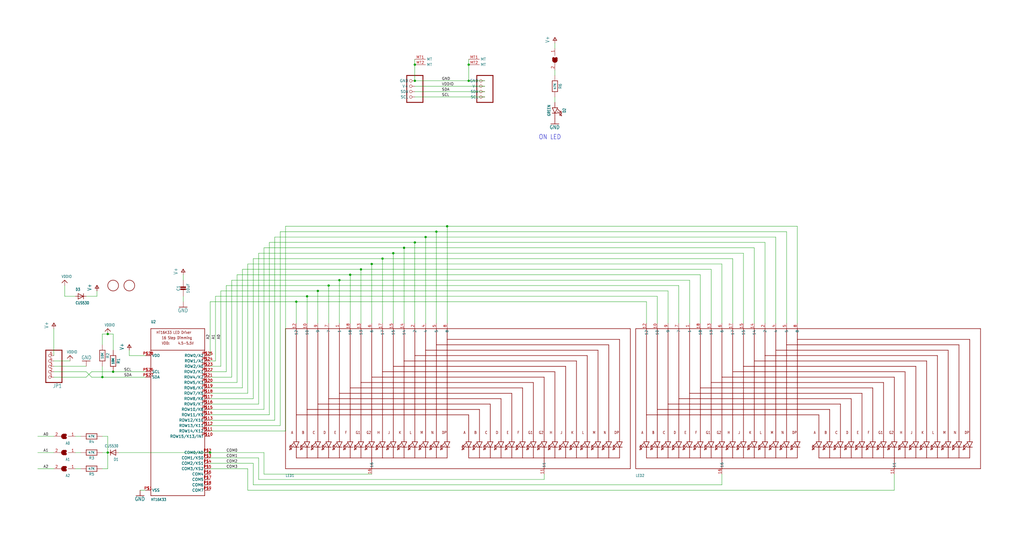
<source format=kicad_sch>
(kicad_sch (version 20230121) (generator eeschema)
  (paper "User" 482.803 257.835)
  (lib_symbols
    (symbol "working-eagle-import:CAP_CERAMIC0805-NOOUTLINE"
      (property "Reference" "C" (at -2.29 1.25 90))
      (symbol "CAP_CERAMIC0805-NOOUTLINE_1_0"
        (pin passive line (at 0 5.08 270) (length 2.54) (name "1") (number "1"))
        (pin passive line (at 0 -2.54 90) (length 2.54) (name "2") (number "2"))
      )
    )
    (symbol "working-eagle-import:DIODESOD-323F"
      (property "Reference" "D" (at -2.54 2.54 0))
      (symbol "DIODESOD-323F_1_0"
        (pin passive line (at -2.54 0 0) (length 2.54) (name "A") (number "A"))
        (pin passive line (at 2.54 0 180) (length 2.54) (name "C") (number "C"))
      )
    )
    (symbol "working-eagle-import:DISP_SEGMENT_STARBURST_DUAL_COMMONCATHODE"
      (property "Reference" "LED" (at -81.28 38.1 0))
      (symbol "DISP_SEGMENT_STARBURST_DUAL_COMMONCATHODE_1_0"
        (text "A" (at -78.74 17.78 0) (effects (font (size 1.27 1.0795)) (justify left bottom)))
        (text "A" (at 2.54 17.78 0) (effects (font (size 1.27 1.0795)) (justify left bottom)))
        (text "B" (at -73.66 17.78 0) (effects (font (size 1.27 1.0795)) (justify left bottom)))
        (text "B" (at 7.62 17.78 0) (effects (font (size 1.27 1.0795)) (justify left bottom)))
        (text "C" (at -68.58 17.78 0) (effects (font (size 1.27 1.0795)) (justify left bottom)))
        (text "C" (at 12.7 17.78 0) (effects (font (size 1.27 1.0795)) (justify left bottom)))
        (text "D" (at -63.5 17.78 0) (effects (font (size 1.27 1.0795)) (justify left bottom)))
        (text "D" (at 17.78 17.78 0) (effects (font (size 1.27 1.0795)) (justify left bottom)))
        (text "DP" (at -7.62 17.78 0) (effects (font (size 1.27 1.0795)) (justify left bottom)))
        (text "DP" (at 73.66 17.78 0) (effects (font (size 1.27 1.0795)) (justify left bottom)))
        (text "E" (at -58.42 17.78 0) (effects (font (size 1.27 1.0795)) (justify left bottom)))
        (text "E" (at 22.86 17.78 0) (effects (font (size 1.27 1.0795)) (justify left bottom)))
        (text "F" (at -53.34 17.78 0) (effects (font (size 1.27 1.0795)) (justify left bottom)))
        (text "F" (at 27.94 17.78 0) (effects (font (size 1.27 1.0795)) (justify left bottom)))
        (text "G1" (at -48.26 17.78 0) (effects (font (size 1.27 1.0795)) (justify left bottom)))
        (text "G1" (at 33.02 17.78 0) (effects (font (size 1.27 1.0795)) (justify left bottom)))
        (text "G2" (at -43.18 17.78 0) (effects (font (size 1.27 1.0795)) (justify left bottom)))
        (text "G2" (at 38.1 17.78 0) (effects (font (size 1.27 1.0795)) (justify left bottom)))
        (text "H" (at -38.1 17.78 0) (effects (font (size 1.27 1.0795)) (justify left bottom)))
        (text "H" (at 43.18 17.78 0) (effects (font (size 1.27 1.0795)) (justify left bottom)))
        (text "J" (at -33.02 17.78 0) (effects (font (size 1.27 1.0795)) (justify left bottom)))
        (text "J" (at 48.26 17.78 0) (effects (font (size 1.27 1.0795)) (justify left bottom)))
        (text "K" (at -27.94 17.78 0) (effects (font (size 1.27 1.0795)) (justify left bottom)))
        (text "K" (at 53.34 17.78 0) (effects (font (size 1.27 1.0795)) (justify left bottom)))
        (text "L" (at -22.86 17.78 0) (effects (font (size 1.27 1.0795)) (justify left bottom)))
        (text "L" (at 58.42 17.78 0) (effects (font (size 1.27 1.0795)) (justify left bottom)))
        (text "M" (at -17.78 17.78 0) (effects (font (size 1.27 1.0795)) (justify left bottom)))
        (text "M" (at 63.5 17.78 0) (effects (font (size 1.27 1.0795)) (justify left bottom)))
        (text "N" (at -12.7 17.78 0) (effects (font (size 1.27 1.0795)) (justify left bottom)))
        (text "N" (at 68.58 17.78 0) (effects (font (size 1.27 1.0795)) (justify left bottom)))
        (pin bidirectional line (at -55.88 -33.02 90) (length 2.54) (name "1") (number "1"))
        (pin bidirectional line (at -71.12 -33.02 90) (length 2.54) (name "10") (number "10"))
        (pin bidirectional line (at 40.64 38.1 270) (length 2.54) (name "11") (number "11"))
        (pin bidirectional line (at -76.2 -33.02 90) (length 2.54) (name "12") (number "12"))
        (pin bidirectional line (at -45.72 -33.02 90) (length 2.54) (name "13") (number "13"))
        (pin bidirectional line (at -25.4 -33.02 90) (length 2.54) (name "14") (number "14"))
        (pin bidirectional line (at -30.48 -33.02 90) (length 2.54) (name "15") (number "15"))
        (pin bidirectional line (at -40.64 38.1 270) (length 2.54) (name "16") (number "16"))
        (pin bidirectional line (at -35.56 -33.02 90) (length 2.54) (name "17") (number "17"))
        (pin bidirectional line (at -50.8 -33.02 90) (length 2.54) (name "18") (number "18"))
        (pin bidirectional line (at -20.32 -33.02 90) (length 2.54) (name "2") (number "2"))
        (pin bidirectional line (at -15.24 -33.02 90) (length 2.54) (name "4") (number "4"))
        (pin bidirectional line (at -10.16 -33.02 90) (length 2.54) (name "5") (number "5"))
        (pin bidirectional line (at -40.64 -33.02 90) (length 2.54) (name "6") (number "6"))
        (pin bidirectional line (at -60.96 -33.02 90) (length 2.54) (name "7") (number "7"))
        (pin bidirectional line (at -5.08 -33.02 90) (length 2.54) (name "8") (number "8"))
        (pin bidirectional line (at -66.04 -33.02 90) (length 2.54) (name "9") (number "9"))
      )
    )
    (symbol "working-eagle-import:FIDUCIAL")
    (symbol "working-eagle-import:GND" (power)
      (property "Value" "GND" (at -2.54 -2.54 0))
      (symbol "GND_1_0"
        (pin power_in line (at 0 2.54 270) (length 2.54) (name "GND") (number "1"))
      )
    )
    (symbol "working-eagle-import:HEADER-1X570MIL"
      (property "Reference" "JP" (at -6.35 8.255 0))
      (symbol "HEADER-1X570MIL_1_0"
        (pin passive inverted (at -2.54 5.08 0) (length 2.54) (name "1") (number "1"))
        (pin passive inverted (at -2.54 2.54 0) (length 2.54) (name "2") (number "2"))
        (pin passive inverted (at -2.54 0 0) (length 2.54) (name "3") (number "3"))
        (pin passive inverted (at -2.54 -2.54 0) (length 2.54) (name "4") (number "4"))
        (pin passive inverted (at -2.54 -5.08 0) (length 2.54) (name "5") (number "5"))
      )
    )
    (symbol "working-eagle-import:HT16K33_SOP28_SKINNY"
      (property "Reference" "U" (at -12.7 40.64 0))
      (symbol "HT16K33_SOP28_SKINNY_1_0"
        (text "16 Step Dimming" (at -7.62 33.02 0) (effects (font (size 1.27 1.0795)) (justify left bottom)))
        (text "4.5-5.5V" (at 0 30.48 0) (effects (font (size 1.27 1.0795)) (justify left bottom)))
        (text "HT16K33 LED Driver" (at -10.16 35.56 0) (effects (font (size 1.27 1.0795)) (justify left bottom)))
        (text "VDD:" (at -7.62 30.48 0) (effects (font (size 1.27 1.0795)) (justify left bottom)))
        (pin bidirectional line (at -15.24 -38.1 0) (length 2.54) (name "VSS") (number "P$1"))
        (pin bidirectional line (at 15.24 -12.7 180) (length 2.54) (name "ROW15/K13/INT") (number "P$10"))
        (pin bidirectional line (at 15.24 -10.16 180) (length 2.54) (name "ROW14/K12") (number "P$11"))
        (pin bidirectional line (at 15.24 -7.62 180) (length 2.54) (name "ROW13/K11") (number "P$12"))
        (pin bidirectional line (at 15.24 -5.08 180) (length 2.54) (name "ROW12/K10") (number "P$13"))
        (pin bidirectional line (at 15.24 -2.54 180) (length 2.54) (name "ROW11/K9") (number "P$14"))
        (pin bidirectional line (at 15.24 0 180) (length 2.54) (name "ROW10/K8") (number "P$15"))
        (pin bidirectional line (at 15.24 2.54 180) (length 2.54) (name "ROW9/K7") (number "P$16"))
        (pin bidirectional line (at 15.24 5.08 180) (length 2.54) (name "ROW8/K6") (number "P$17"))
        (pin bidirectional line (at 15.24 7.62 180) (length 2.54) (name "ROW7/K5") (number "P$18"))
        (pin bidirectional line (at 15.24 10.16 180) (length 2.54) (name "ROW6/K4") (number "P$19"))
        (pin bidirectional line (at 15.24 -20.32 180) (length 2.54) (name "COM0/AD") (number "P$2"))
        (pin bidirectional line (at 15.24 12.7 180) (length 2.54) (name "ROW5/K3") (number "P$20"))
        (pin bidirectional line (at 15.24 15.24 180) (length 2.54) (name "ROW4/K2") (number "P$21"))
        (pin bidirectional line (at 15.24 17.78 180) (length 2.54) (name "ROW3/K1") (number "P$22"))
        (pin bidirectional line (at 15.24 20.32 180) (length 2.54) (name "ROW2/A0") (number "P$23"))
        (pin bidirectional line (at 15.24 22.86 180) (length 2.54) (name "ROW1/A1") (number "P$24"))
        (pin bidirectional line (at 15.24 25.4 180) (length 2.54) (name "ROW0/A2") (number "P$25"))
        (pin bidirectional line (at -15.24 17.78 0) (length 2.54) (name "SCL") (number "P$26"))
        (pin bidirectional line (at -15.24 15.24 0) (length 2.54) (name "SDA") (number "P$27"))
        (pin bidirectional line (at -15.24 25.4 0) (length 2.54) (name "VDD") (number "P$28"))
        (pin bidirectional line (at 15.24 -22.86 180) (length 2.54) (name "COM1/KS0") (number "P$3"))
        (pin bidirectional line (at 15.24 -25.4 180) (length 2.54) (name "COM2/KS1") (number "P$4"))
        (pin bidirectional line (at 15.24 -27.94 180) (length 2.54) (name "COM3/KS2") (number "P$5"))
        (pin bidirectional line (at 15.24 -30.48 180) (length 2.54) (name "COM4") (number "P$6"))
        (pin bidirectional line (at 15.24 -33.02 180) (length 2.54) (name "COM5") (number "P$7"))
        (pin bidirectional line (at 15.24 -35.56 180) (length 2.54) (name "COM6") (number "P$8"))
        (pin bidirectional line (at 15.24 -38.1 180) (length 2.54) (name "COM7") (number "P$9"))
      )
    )
    (symbol "working-eagle-import:LED0603_NOOUTLINE"
      (property "Reference" "D" (at -1.27 4.445 0))
      (symbol "LED0603_NOOUTLINE_1_0"
        (pin passive line (at -5.08 0 0) (length 2.54) (name "A") (number "A"))
        (pin passive line (at 2.54 0 180) (length 2.54) (name "C") (number "C"))
      )
    )
    (symbol "working-eagle-import:RESISTOR_0603_NOOUT"
      (property "Reference" "R" (at 0 2.54 0))
      (symbol "RESISTOR_0603_NOOUT_1_0"
        (pin passive line (at -5.08 0 0) (length 2.54) (name "1") (number "1"))
        (pin passive line (at 5.08 0 180) (length 2.54) (name "2") (number "2"))
      )
    )
    (symbol "working-eagle-import:SOLDERJUMPERCLOSED"
      (property "Reference" "SJ" (at -2.54 2.54 0))
      (symbol "SOLDERJUMPERCLOSED_1_0"
        (pin passive line (at -5.08 0 0) (length 2.54) (name "1") (number "1"))
        (pin passive line (at 5.08 0 180) (length 2.54) (name "2") (number "2"))
      )
    )
    (symbol "working-eagle-import:SOLDERJUMPERREFLOW_NOPASTE"
      (property "Reference" "SJ" (at -2.54 2.54 0))
      (symbol "SOLDERJUMPERREFLOW_NOPASTE_1_0"
        (pin passive line (at -5.08 0 0) (length 2.54) (name "1") (number "1"))
        (pin passive line (at 5.08 0 180) (length 2.54) (name "2") (number "2"))
      )
    )
    (symbol "working-eagle-import:STEMMA_I2C_QTRA"
      (symbol "STEMMA_I2C_QTRA_1_0"
        (pin passive inverted (at 0 5.08 0) (length 2.54) (name "GND") (number "1"))
        (pin passive inverted (at 0 2.54 0) (length 2.54) (name "V+") (number "2"))
        (pin passive inverted (at 0 0 0) (length 2.54) (name "SDA") (number "3"))
        (pin passive inverted (at 0 -2.54 0) (length 2.54) (name "SCL") (number "4"))
      )
      (symbol "STEMMA_I2C_QTRA_2_0"
        (pin bidirectional line (at 0 0 0) (length 5.08) (name "MT") (number "MT1"))
      )
      (symbol "STEMMA_I2C_QTRA_3_0"
        (pin bidirectional line (at 0 0 0) (length 5.08) (name "MT") (number "MT2"))
      )
    )
    (symbol "working-eagle-import:V+" (power)
      (property "Value" "V+" (at -2.54 -2.54 90))
      (symbol "V+_1_0"
        (pin power_in line (at 0 -2.54 90) (length 2.54) (name "V+") (number "1"))
      )
    )
    (symbol "working-eagle-import:VDDIO" (power)
      (property "Value" "VDDIO" (at -1.524 1.016 0))
      (symbol "VDDIO_1_0"
        (pin power_in line (at 0 -2.54 90) (length 2.54) (name "VDDIO") (number "1"))
      )
    )
  )
  (junction (at 195.58 38.1))
  (junction (at 210.82 106.68))
  (junction (at 220.98 30.48))
  (junction (at 175.26 124.46))
  (junction (at 190.5 116.84))
  (junction (at 195.58 30.48))
  (junction (at 53.34 175.26))
  (junction (at 139.7 142.24))
  (junction (at 170.18 127))
  (junction (at 50.8 213.36))
  (junction (at 195.58 114.3))
  (junction (at 180.34 121.92))
  (junction (at 200.66 111.76))
  (junction (at 48.26 177.8))
  (junction (at 50.8 157.48))
  (junction (at 160.02 132.08))
  (junction (at 165.1 129.54))
  (junction (at 154.94 134.62))
  (junction (at 185.42 119.38))
  (junction (at 99.06 213.36))
  (junction (at 144.78 139.7))
  (junction (at 220.98 38.1))
  (junction (at 149.86 137.16))
  (junction (at 205.74 109.22))
  (wire (pts (xy 48.26 220.98) (xy 50.8 220.98)) (stroke (width 0.1524)))
  (wire (pts (xy 119.38 187.96) (xy 119.38 121.92)) (stroke (width 0.1524)))
  (wire (pts (xy 228.6 43.18) (xy 195.58 43.18)) (stroke (width 0.1524)))
  (wire (pts (xy 116.84 231.14) (xy 421.64 231.14)) (stroke (width 0.1524)))
  (wire (pts (xy 325.12 132.08) (xy 325.12 152.4)) (stroke (width 0.1524)))
  (wire (pts (xy 111.76 180.34) (xy 111.76 129.54)) (stroke (width 0.1524)))
  (wire (pts (xy 345.44 121.92) (xy 345.44 152.4)) (stroke (width 0.1524)))
  (wire (pts (xy 106.68 134.62) (xy 154.94 134.62)) (stroke (width 0.1524)))
  (wire (pts (xy 99.06 177.8) (xy 109.22 177.8)) (stroke (width 0.1524)))
  (wire (pts (xy 43.18 177.8) (xy 48.26 177.8)) (stroke (width 0.1524)))
  (wire (pts (xy 220.98 38.1) (xy 195.58 38.1)) (stroke (width 0.1524)))
  (wire (pts (xy 99.06 175.26) (xy 106.68 175.26)) (stroke (width 0.1524)))
  (wire (pts (xy 340.36 124.46) (xy 340.36 152.4)) (stroke (width 0.1524)))
  (wire (pts (xy 48.26 157.48) (xy 50.8 157.48)) (stroke (width 0.1524)))
  (wire (pts (xy 365.76 111.76) (xy 365.76 152.4)) (stroke (width 0.1524)))
  (wire (pts (xy 99.06 180.34) (xy 111.76 180.34)) (stroke (width 0.1524)))
  (wire (pts (xy 48.26 162.56) (xy 48.26 157.48)) (stroke (width 0.1524)))
  (wire (pts (xy 45.72 139.7) (xy 40.64 139.7)) (stroke (width 0.1524)))
  (wire (pts (xy 124.46 223.52) (xy 175.26 223.52)) (stroke (width 0.1524)))
  (wire (pts (xy 48.26 205.74) (xy 50.8 205.74)) (stroke (width 0.1524)))
  (wire (pts (xy 99.06 182.88) (xy 114.3 182.88)) (stroke (width 0.1524)))
  (wire (pts (xy 60.96 167.64) (xy 60.96 165.1)) (stroke (width 0.1524)))
  (wire (pts (xy 114.3 127) (xy 170.18 127)) (stroke (width 0.1524)))
  (wire (pts (xy 139.7 142.24) (xy 304.8 142.24)) (stroke (width 0.1524)))
  (wire (pts (xy 101.6 139.7) (xy 144.78 139.7)) (stroke (width 0.1524)))
  (wire (pts (xy 99.06 215.9) (xy 121.92 215.9)) (stroke (width 0.1524)))
  (wire (pts (xy 114.3 182.88) (xy 114.3 127)) (stroke (width 0.1524)))
  (wire (pts (xy 68.58 177.8) (xy 48.26 177.8)) (stroke (width 0.1524)))
  (wire (pts (xy 228.6 45.72) (xy 195.58 45.72)) (stroke (width 0.1524)))
  (wire (pts (xy 25.4 220.98) (xy 17.78 220.98)) (stroke (width 0.1524)))
  (wire (pts (xy 86.36 129.54) (xy 86.36 132.08)) (stroke (width 0.1524)))
  (wire (pts (xy 205.74 109.22) (xy 205.74 152.4)) (stroke (width 0.1524)))
  (wire (pts (xy 330.2 129.54) (xy 330.2 152.4)) (stroke (width 0.1524)))
  (wire (pts (xy 124.46 213.36) (xy 124.46 223.52)) (stroke (width 0.1524)))
  (wire (pts (xy 190.5 116.84) (xy 355.6 116.84)) (stroke (width 0.1524)))
  (wire (pts (xy 106.68 175.26) (xy 106.68 134.62)) (stroke (width 0.1524)))
  (wire (pts (xy 175.26 124.46) (xy 175.26 152.4)) (stroke (width 0.1524)))
  (wire (pts (xy 48.26 213.36) (xy 50.8 213.36)) (stroke (width 0.1524)))
  (wire (pts (xy 55.88 213.36) (xy 99.06 213.36)) (stroke (width 0.1524)))
  (wire (pts (xy 261.62 33.02) (xy 261.62 35.56)) (stroke (width 0.1524)))
  (wire (pts (xy 139.7 142.24) (xy 139.7 152.4)) (stroke (width 0.1524)))
  (wire (pts (xy 40.64 177.8) (xy 25.4 177.8)) (stroke (width 0.1524)))
  (wire (pts (xy 25.4 175.26) (xy 40.64 175.26)) (stroke (width 0.1524)))
  (wire (pts (xy 304.8 142.24) (xy 304.8 152.4)) (stroke (width 0.1524)))
  (wire (pts (xy 170.18 127) (xy 335.28 127)) (stroke (width 0.1524)))
  (wire (pts (xy 144.78 139.7) (xy 144.78 152.4)) (stroke (width 0.1524)))
  (wire (pts (xy 129.54 198.12) (xy 129.54 111.76)) (stroke (width 0.1524)))
  (wire (pts (xy 104.14 137.16) (xy 149.86 137.16)) (stroke (width 0.1524)))
  (wire (pts (xy 180.34 121.92) (xy 345.44 121.92)) (stroke (width 0.1524)))
  (wire (pts (xy 119.38 121.92) (xy 180.34 121.92)) (stroke (width 0.1524)))
  (wire (pts (xy 99.06 203.2) (xy 134.62 203.2)) (stroke (width 0.1524)))
  (wire (pts (xy 101.6 170.18) (xy 101.6 139.7)) (stroke (width 0.1524)))
  (wire (pts (xy 134.62 106.68) (xy 210.82 106.68)) (stroke (width 0.1524)))
  (wire (pts (xy 38.1 220.98) (xy 35.56 220.98)) (stroke (width 0.1524)))
  (wire (pts (xy 99.06 200.66) (xy 132.08 200.66)) (stroke (width 0.1524)))
  (wire (pts (xy 127 195.58) (xy 127 114.3)) (stroke (width 0.1524)))
  (wire (pts (xy 99.06 195.58) (xy 127 195.58)) (stroke (width 0.1524)))
  (wire (pts (xy 99.06 220.98) (xy 116.84 220.98)) (stroke (width 0.1524)))
  (wire (pts (xy 38.1 205.74) (xy 35.56 205.74)) (stroke (width 0.1524)))
  (wire (pts (xy 129.54 111.76) (xy 200.66 111.76)) (stroke (width 0.1524)))
  (wire (pts (xy 99.06 198.12) (xy 129.54 198.12)) (stroke (width 0.1524)))
  (wire (pts (xy 185.42 119.38) (xy 185.42 152.4)) (stroke (width 0.1524)))
  (wire (pts (xy 149.86 137.16) (xy 314.96 137.16)) (stroke (width 0.1524)))
  (wire (pts (xy 228.6 38.1) (xy 220.98 38.1)) (stroke (width 0.1524)))
  (wire (pts (xy 165.1 129.54) (xy 165.1 152.4)) (stroke (width 0.1524)))
  (wire (pts (xy 144.78 139.7) (xy 309.88 139.7)) (stroke (width 0.1524)))
  (wire (pts (xy 124.46 116.84) (xy 190.5 116.84)) (stroke (width 0.1524)))
  (wire (pts (xy 35.56 139.7) (xy 30.48 139.7)) (stroke (width 0.1524)))
  (wire (pts (xy 160.02 132.08) (xy 325.12 132.08)) (stroke (width 0.1524)))
  (wire (pts (xy 119.38 228.6) (xy 340.36 228.6)) (stroke (width 0.1524)))
  (wire (pts (xy 185.42 119.38) (xy 350.52 119.38)) (stroke (width 0.1524)))
  (wire (pts (xy 99.06 190.5) (xy 121.92 190.5)) (stroke (width 0.1524)))
  (wire (pts (xy 375.92 106.68) (xy 375.92 152.4)) (stroke (width 0.1524)))
  (wire (pts (xy 68.58 175.26) (xy 53.34 175.26)) (stroke (width 0.1524)))
  (wire (pts (xy 111.76 129.54) (xy 165.1 129.54)) (stroke (width 0.1524)))
  (wire (pts (xy 116.84 185.42) (xy 116.84 124.46)) (stroke (width 0.1524)))
  (wire (pts (xy 40.64 172.72) (xy 25.4 172.72)) (stroke (width 0.1524)))
  (wire (pts (xy 17.78 205.74) (xy 25.4 205.74)) (stroke (width 0.1524)))
  (wire (pts (xy 154.94 134.62) (xy 320.04 134.62)) (stroke (width 0.1524)))
  (wire (pts (xy 124.46 193.04) (xy 124.46 116.84)) (stroke (width 0.1524)))
  (wire (pts (xy 66.04 231.14) (xy 68.58 231.14)) (stroke (width 0.1524)))
  (wire (pts (xy 360.68 114.3) (xy 360.68 152.4)) (stroke (width 0.1524)))
  (wire (pts (xy 180.34 121.92) (xy 180.34 152.4)) (stroke (width 0.1524)))
  (wire (pts (xy 119.38 218.44) (xy 119.38 228.6)) (stroke (width 0.1524)))
  (wire (pts (xy 68.58 167.64) (xy 60.96 167.64)) (stroke (width 0.1524)))
  (wire (pts (xy 99.06 185.42) (xy 116.84 185.42)) (stroke (width 0.1524)))
  (wire (pts (xy 25.4 167.64) (xy 25.4 154.94)) (stroke (width 0.1524)))
  (wire (pts (xy 53.34 157.48) (xy 53.34 165.1)) (stroke (width 0.1524)))
  (wire (pts (xy 314.96 137.16) (xy 314.96 152.4)) (stroke (width 0.1524)))
  (wire (pts (xy 256.54 226.06) (xy 256.54 223.52)) (stroke (width 0.1524)))
  (wire (pts (xy 99.06 187.96) (xy 119.38 187.96)) (stroke (width 0.1524)))
  (wire (pts (xy 154.94 134.62) (xy 154.94 152.4)) (stroke (width 0.1524)))
  (wire (pts (xy 99.06 170.18) (xy 101.6 170.18)) (stroke (width 0.1524)))
  (wire (pts (xy 121.92 215.9) (xy 121.92 226.06)) (stroke (width 0.1524)))
  (wire (pts (xy 370.84 109.22) (xy 370.84 152.4)) (stroke (width 0.1524)))
  (wire (pts (xy 340.36 228.6) (xy 340.36 223.52)) (stroke (width 0.1524)))
  (wire (pts (xy 104.14 172.72) (xy 104.14 137.16)) (stroke (width 0.1524)))
  (wire (pts (xy 309.88 139.7) (xy 309.88 152.4)) (stroke (width 0.1524)))
  (wire (pts (xy 116.84 220.98) (xy 116.84 231.14)) (stroke (width 0.1524)))
  (wire (pts (xy 355.6 116.84) (xy 355.6 152.4)) (stroke (width 0.1524)))
  (wire (pts (xy 116.84 124.46) (xy 175.26 124.46)) (stroke (width 0.1524)))
  (wire (pts (xy 121.92 190.5) (xy 121.92 119.38)) (stroke (width 0.1524)))
  (wire (pts (xy 220.98 30.48) (xy 220.98 27.94)) (stroke (width 0.1524)))
  (wire (pts (xy 205.74 109.22) (xy 370.84 109.22)) (stroke (width 0.1524)))
  (wire (pts (xy 50.8 157.48) (xy 53.34 157.48)) (stroke (width 0.1524)))
  (wire (pts (xy 121.92 119.38) (xy 185.42 119.38)) (stroke (width 0.1524)))
  (wire (pts (xy 48.26 177.8) (xy 48.26 172.72)) (stroke (width 0.1524)))
  (wire (pts (xy 99.06 193.04) (xy 124.46 193.04)) (stroke (width 0.1524)))
  (wire (pts (xy 134.62 203.2) (xy 134.62 106.68)) (stroke (width 0.1524)))
  (wire (pts (xy 261.62 48.26) (xy 261.62 45.72)) (stroke (width 0.1524)))
  (wire (pts (xy 220.98 38.1) (xy 220.98 30.48)) (stroke (width 0.1524)))
  (wire (pts (xy 320.04 134.62) (xy 320.04 152.4)) (stroke (width 0.1524)))
  (wire (pts (xy 210.82 106.68) (xy 375.92 106.68)) (stroke (width 0.1524)))
  (wire (pts (xy 33.02 170.18) (xy 25.4 170.18)) (stroke (width 0.1524)))
  (wire (pts (xy 86.36 142.24) (xy 86.36 139.7)) (stroke (width 0.1524)))
  (wire (pts (xy 200.66 111.76) (xy 200.66 152.4)) (stroke (width 0.1524)))
  (wire (pts (xy 99.06 172.72) (xy 104.14 172.72)) (stroke (width 0.1524)))
  (wire (pts (xy 50.8 220.98) (xy 50.8 213.36)) (stroke (width 0.1524)))
  (wire (pts (xy 170.18 127) (xy 170.18 152.4)) (stroke (width 0.1524)))
  (wire (pts (xy 190.5 116.84) (xy 190.5 152.4)) (stroke (width 0.1524)))
  (wire (pts (xy 99.06 167.64) (xy 99.06 142.24)) (stroke (width 0.1524)))
  (wire (pts (xy 121.92 226.06) (xy 256.54 226.06)) (stroke (width 0.1524)))
  (wire (pts (xy 195.58 114.3) (xy 195.58 152.4)) (stroke (width 0.1524)))
  (wire (pts (xy 350.52 119.38) (xy 350.52 152.4)) (stroke (width 0.1524)))
  (wire (pts (xy 132.08 200.66) (xy 132.08 109.22)) (stroke (width 0.1524)))
  (wire (pts (xy 210.82 106.68) (xy 210.82 152.4)) (stroke (width 0.1524)))
  (wire (pts (xy 195.58 27.94) (xy 195.58 30.48)) (stroke (width 0.1524)))
  (wire (pts (xy 53.34 175.26) (xy 43.18 175.26)) (stroke (width 0.1524)))
  (wire (pts (xy 40.64 175.26) (xy 43.18 177.8)) (stroke (width 0.1524)))
  (wire (pts (xy 99.06 218.44) (xy 119.38 218.44)) (stroke (width 0.1524)))
  (wire (pts (xy 132.08 109.22) (xy 205.74 109.22)) (stroke (width 0.1524)))
  (wire (pts (xy 261.62 20.32) (xy 261.62 22.86)) (stroke (width 0.1524)))
  (wire (pts (xy 195.58 114.3) (xy 360.68 114.3)) (stroke (width 0.1524)))
  (wire (pts (xy 50.8 213.36) (xy 50.8 205.74)) (stroke (width 0.1524)))
  (wire (pts (xy 38.1 213.36) (xy 35.56 213.36)) (stroke (width 0.1524)))
  (wire (pts (xy 30.48 139.7) (xy 30.48 134.62)) (stroke (width 0.1524)))
  (wire (pts (xy 335.28 127) (xy 335.28 152.4)) (stroke (width 0.1524)))
  (wire (pts (xy 200.66 111.76) (xy 365.76 111.76)) (stroke (width 0.1524)))
  (wire (pts (xy 165.1 129.54) (xy 330.2 129.54)) (stroke (width 0.1524)))
  (wire (pts (xy 175.26 124.46) (xy 340.36 124.46)) (stroke (width 0.1524)))
  (wire (pts (xy 160.02 132.08) (xy 160.02 152.4)) (stroke (width 0.1524)))
  (wire (pts (xy 421.64 231.14) (xy 421.64 223.52)) (stroke (width 0.1524)))
  (wire (pts (xy 99.06 142.24) (xy 139.7 142.24)) (stroke (width 0.1524)))
  (wire (pts (xy 149.86 137.16) (xy 149.86 152.4)) (stroke (width 0.1524)))
  (wire (pts (xy 43.18 175.26) (xy 40.64 177.8)) (stroke (width 0.1524)))
  (wire (pts (xy 109.22 177.8) (xy 109.22 132.08)) (stroke (width 0.1524)))
  (wire (pts (xy 195.58 30.48) (xy 195.58 38.1)) (stroke (width 0.1524)))
  (wire (pts (xy 109.22 132.08) (xy 160.02 132.08)) (stroke (width 0.1524)))
  (wire (pts (xy 25.4 213.36) (xy 17.78 213.36)) (stroke (width 0.1524)))
  (wire (pts (xy 45.72 137.16) (xy 45.72 139.7)) (stroke (width 0.1524)))
  (wire (pts (xy 228.6 40.64) (xy 195.58 40.64)) (stroke (width 0.1524)))
  (wire (pts (xy 99.06 213.36) (xy 124.46 213.36)) (stroke (width 0.1524)))
  (wire (pts (xy 127 114.3) (xy 195.58 114.3)) (stroke (width 0.1524)))
  (text "ON LED" (at 254 66.04 0) (effects (font (size 2.1844 1.8567)) (justify left bottom)))
  (label "A0" (at 104.14 160.02 90) (effects (font (size 1.2446 1.2446))))
  (label "COM2" (at 106.68 218.44 0) (effects (font (size 1.2446 1.2446))))
  (label "COM3" (at 106.68 220.98 0) (effects (font (size 1.2446 1.2446))))
  (label "COM0" (at 106.68 213.36 0) (effects (font (size 1.2446 1.2446))))
  (label "A1" (at 101.6 160.02 90) (effects (font (size 1.2446 1.2446))))
  (label "A1" (at 22.86 213.36 180) (effects (font (size 1.2446 1.2446))))
  (label "COM1" (at 106.68 215.9 0) (effects (font (size 1.2446 1.2446))))
  (label "SCL" (at 58.42 175.26 0) (effects (font (size 1.2446 1.2446))))
  (label "A0" (at 22.86 205.74 180) (effects (font (size 1.2446 1.2446))))
  (label "SDA" (at 58.42 177.8 0) (effects (font (size 1.2446 1.2446))))
  (label "SDA" (at 208.28 43.18 0) (effects (font (size 1.2446 1.2446))))
  (label "SCL" (at 208.28 45.72 0) (effects (font (size 1.2446 1.2446))))
  (label "A2" (at 99.06 160.02 90) (effects (font (size 1.2446 1.2446))))
  (label "A2" (at 22.86 220.98 180) (effects (font (size 1.2446 1.2446))))
  (label "VDDIO" (at 208.28 40.64 0) (effects (font (size 1.2446 1.2446))))
  (label "GND" (at 208.28 38.1 0) (effects (font (size 1.2446 1.2446))))
  (symbol (lib_id "working-eagle-import:SOLDERJUMPERCLOSED") (at 261.62 27.94 270) (unit 1)
    (property "Reference" "LEDJMP0" (effects hide))
    (property "Value" "SOLDERJUMPERCLOSED" (effects hide))
    (property "Footprint" "working:SOLDERJUMPER_CLOSEDWIRE" (effects hide))
  )
  (symbol (lib_id "working-eagle-import:VDDIO") (at 30.48 132.08 0) (unit 1)
    (property "Reference" "#U$4" (effects hide))
    (property "Value" "VDDIO" (at 28.956 131.064 0) (effects (font (size 1.27 1.0795)) (justify left bottom)))
  )
  (symbol (lib_id "working-eagle-import:V+") (at 60.96 162.56 0) (unit 1)
    (property "Reference" "#P+4" (effects hide))
    (property "Value" "V+" (at 58.42 165.1 90) (effects (font (size 1.778 1.5113)) (justify left bottom)))
  )
  (symbol (lib_id "working-eagle-import:HEADER-1X570MIL") (at 22.86 172.72 180) (unit 1)
    (property "Reference" "JP1" (at 29.21 180.975 0) (effects (font (size 1.778 1.5113)) (justify left bottom)))
    (property "Value" "HEADER-1X570MIL" (effects hide))
    (property "Footprint" "working:1X05_ROUND_70" (effects hide))
  )
  (symbol (lib_id "working-eagle-import:SOLDERJUMPERREFLOW_NOPASTE") (at 30.48 220.98 180) (unit 1)
    (property "Reference" "A2" (at 33.02 223.52 0) (effects (font (size 1.27 1.0795)) (justify left bottom)))
    (property "Value" "SOLDERJUMPERREFLOW_NOPASTE" (effects hide))
    (property "Footprint" "working:SOLDERJUMPER_REFLOW_NOPASTE" (effects hide))
  )
  (symbol (lib_id "working-eagle-import:GND") (at 261.62 58.42 0) (unit 1)
    (property "Reference" "#GND6" (effects hide))
    (property "Value" "GND" (at 259.08 60.96 0) (effects (font (size 1.778 1.5113)) (justify left bottom)))
  )
  (symbol (lib_id "working-eagle-import:RESISTOR_0603_NOOUT") (at 48.26 167.64 270) (unit 1)
    (property "Reference" "R2" (at 50.8 167.64 0))
    (property "Value" "10K" (at 48.26 167.64 0) (effects (font (size 1.016 1.016) bold)))
    (property "Footprint" "working:0603-NO" (effects hide))
  )
  (symbol (lib_id "working-eagle-import:HT16K33_SOP28_SKINNY") (at 83.82 193.04 0) (unit 1)
    (property "Reference" "U2" (at 71.12 152.4 0) (effects (font (size 1.27 1.0795)) (justify left bottom)))
    (property "Value" "HT16K33" (at 71.12 236.22 0) (effects (font (size 1.27 1.0795)) (justify left bottom)))
    (property "Footprint" "working:SOP28_300MIL_SKINNY" (effects hide))
  )
  (symbol (lib_id "working-eagle-import:V+") (at 86.36 127 0) (unit 1)
    (property "Reference" "#P+1" (effects hide))
    (property "Value" "V+" (at 83.82 129.54 90) (effects (font (size 1.778 1.5113)) (justify left bottom)))
  )
  (symbol (lib_id "working-eagle-import:RESISTOR_0603_NOOUT") (at 43.18 213.36 180) (unit 1)
    (property "Reference" "R3" (at 43.18 215.9 0))
    (property "Value" "47K" (at 43.18 213.36 0) (effects (font (size 1.016 1.016) bold)))
    (property "Footprint" "working:0603-NO" (effects hide))
  )
  (symbol (lib_id "working-eagle-import:VDDIO") (at 50.8 154.94 0) (unit 1)
    (property "Reference" "#U$5" (effects hide))
    (property "Value" "VDDIO" (at 49.276 153.924 0) (effects (font (size 1.27 1.0795)) (justify left bottom)))
  )
  (symbol (lib_id "working-eagle-import:LED0603_NOOUTLINE") (at 261.62 53.34 270) (unit 1)
    (property "Reference" "D2" (at 266.065 52.07 0) (effects (font (size 1.27 1.0795))))
    (property "Value" "GREEN" (at 258.826 52.07 0) (effects (font (size 1.27 1.0795))))
    (property "Footprint" "working:CHIPLED_0603_NOOUTLINE" (effects hide))
  )
  (symbol (lib_id "working-eagle-import:RESISTOR_0603_NOOUT") (at 43.18 205.74 180) (unit 1)
    (property "Reference" "R4" (at 43.18 208.28 0))
    (property "Value" "47K" (at 43.18 205.74 0) (effects (font (size 1.016 1.016) bold)))
    (property "Footprint" "working:0603-NO" (effects hide))
  )
  (symbol (lib_id "working-eagle-import:RESISTOR_0603_NOOUT") (at 43.18 220.98 180) (unit 1)
    (property "Reference" "R5" (at 43.18 223.52 0))
    (property "Value" "47K" (at 43.18 220.98 0) (effects (font (size 1.016 1.016) bold)))
    (property "Footprint" "working:0603-NO" (effects hide))
  )
  (symbol (lib_id "working-eagle-import:GND") (at 66.04 233.68 0) (unit 1)
    (property "Reference" "#GND5" (effects hide))
    (property "Value" "GND" (at 63.5 236.22 0) (effects (font (size 1.778 1.5113)) (justify left bottom)))
  )
  (symbol (lib_id "working-eagle-import:DIODESOD-323F") (at 53.34 213.36 180) (unit 1)
    (property "Reference" "D1" (at 55.88 215.9 0) (effects (font (size 1.27 1.0795)) (justify left bottom)))
    (property "Value" "CUS530" (at 55.88 209.55 0) (effects (font (size 1.27 1.0795)) (justify left bottom)))
    (property "Footprint" "working:SOD-323F" (effects hide))
  )
  (symbol (lib_id "working-eagle-import:VDDIO") (at 33.02 167.64 0) (unit 1)
    (property "Reference" "#U$9" (effects hide))
    (property "Value" "VDDIO" (at 31.496 166.624 0) (effects (font (size 1.27 1.0795)) (justify left bottom)))
  )
  (symbol (lib_id "working-eagle-import:RESISTOR_0603_NOOUT") (at 261.62 40.64 270) (unit 1)
    (property "Reference" "R6" (at 264.16 40.64 0))
    (property "Value" "47K" (at 261.62 40.64 0) (effects (font (size 1.016 1.016) bold)))
    (property "Footprint" "working:0603-NO" (effects hide))
  )
  (symbol (lib_id "working-eagle-import:DISP_SEGMENT_STARBURST_DUAL_COMMONCATHODE") (at 381 185.42 0) (mirror x) (unit 1)
    (property "Reference" "LED2" (at 299.72 223.52 0) (effects (font (size 1.27 1.0795)) (justify left bottom)))
    (property "Value" "DISP_SEGMENT_STARBURST_DUAL_COMMONCATHODE" (effects hide))
    (property "Footprint" "working:SEGMENT_STARTBUST_DUAL_KWA-541CBB" (effects hide))
  )
  (symbol (lib_id "working-eagle-import:STEMMA_I2C_QTRA") (at 228.6 43.18 0) (mirror y) (unit 1)
    (property "Reference" "CONN2" (effects hide))
    (property "Value" "STEMMA_I2C_QTRA" (effects hide))
    (property "Footprint" "working:JST_SH4_RA" (effects hide))
  )
  (symbol (lib_id "working-eagle-import:STEMMA_I2C_QTRA") (at 195.58 30.48 0) (unit 3)
    (property "Reference" "CONN1" (effects hide))
    (property "Value" "STEMMA_I2C_QTRA" (effects hide))
    (property "Footprint" "working:JST_SH4_RA" (effects hide))
  )
  (symbol (lib_id "working-eagle-import:CAP_CERAMIC0805-NOOUTLINE") (at 86.36 137.16 0) (unit 1)
    (property "Reference" "C1" (at 84.07 135.91 90))
    (property "Value" "10uF" (at 88.66 135.91 90))
    (property "Footprint" "working:0805-NO" (effects hide))
  )
  (symbol (lib_id "working-eagle-import:STEMMA_I2C_QTRA") (at 220.98 27.94 0) (unit 2)
    (property "Reference" "CONN2" (effects hide))
    (property "Value" "STEMMA_I2C_QTRA" (effects hide))
    (property "Footprint" "working:JST_SH4_RA" (effects hide))
  )
  (symbol (lib_id "working-eagle-import:DIODESOD-323F") (at 38.1 139.7 0) (unit 1)
    (property "Reference" "D3" (at 35.56 137.16 0) (effects (font (size 1.27 1.0795)) (justify left bottom)))
    (property "Value" "CUS530" (at 35.56 143.51 0) (effects (font (size 1.27 1.0795)) (justify left bottom)))
    (property "Footprint" "working:SOD-323F" (effects hide))
  )
  (symbol (lib_id "working-eagle-import:STEMMA_I2C_QTRA") (at 195.58 27.94 0) (unit 2)
    (property "Reference" "CONN1" (effects hide))
    (property "Value" "STEMMA_I2C_QTRA" (effects hide))
    (property "Footprint" "working:JST_SH4_RA" (effects hide))
  )
  (symbol (lib_id "working-eagle-import:RESISTOR_0603_NOOUT") (at 53.34 170.18 270) (unit 1)
    (property "Reference" "R1" (at 55.88 170.18 0))
    (property "Value" "10K" (at 53.34 170.18 0) (effects (font (size 1.016 1.016) bold)))
    (property "Footprint" "working:0603-NO" (effects hide))
  )
  (symbol (lib_id "working-eagle-import:FIDUCIAL") (at 60.96 134.62 0) (unit 1)
    (property "Reference" "U$2" (effects hide))
    (property "Value" "FIDUCIAL" (effects hide))
    (property "Footprint" "working:FIDUCIAL_1MM" (effects hide))
  )
  (symbol (lib_id "working-eagle-import:FIDUCIAL") (at 53.34 134.62 0) (unit 1)
    (property "Reference" "U$1" (effects hide))
    (property "Value" "FIDUCIAL" (effects hide))
    (property "Footprint" "working:FIDUCIAL_1MM" (effects hide))
  )
  (symbol (lib_id "working-eagle-import:STEMMA_I2C_QTRA") (at 195.58 43.18 0) (mirror y) (unit 1)
    (property "Reference" "CONN1" (effects hide))
    (property "Value" "STEMMA_I2C_QTRA" (effects hide))
    (property "Footprint" "working:JST_SH4_RA" (effects hide))
  )
  (symbol (lib_id "working-eagle-import:V+") (at 25.4 152.4 0) (unit 1)
    (property "Reference" "#P+3" (effects hide))
    (property "Value" "V+" (at 22.86 154.94 90) (effects (font (size 1.778 1.5113)) (justify left bottom)))
  )
  (symbol (lib_id "working-eagle-import:V+") (at 261.62 17.78 0) (unit 1)
    (property "Reference" "#P+5" (effects hide))
    (property "Value" "V+" (at 259.08 20.32 90) (effects (font (size 1.778 1.5113)) (justify left bottom)))
  )
  (symbol (lib_id "working-eagle-import:GND") (at 86.36 144.78 0) (unit 1)
    (property "Reference" "#GND3" (effects hide))
    (property "Value" "GND" (at 83.82 147.32 0) (effects (font (size 1.778 1.5113)) (justify left bottom)))
  )
  (symbol (lib_id "working-eagle-import:GND") (at 40.64 170.18 180) (unit 1)
    (property "Reference" "#GND2" (effects hide))
    (property "Value" "GND" (at 43.18 167.64 0) (effects (font (size 1.778 1.5113)) (justify left bottom)))
  )
  (symbol (lib_id "working-eagle-import:SOLDERJUMPERREFLOW_NOPASTE") (at 30.48 213.36 180) (unit 1)
    (property "Reference" "A1" (at 33.02 215.9 0) (effects (font (size 1.27 1.0795)) (justify left bottom)))
    (property "Value" "SOLDERJUMPERREFLOW_NOPASTE" (effects hide))
    (property "Footprint" "working:SOLDERJUMPER_REFLOW_NOPASTE" (effects hide))
  )
  (symbol (lib_id "working-eagle-import:SOLDERJUMPERREFLOW_NOPASTE") (at 30.48 205.74 180) (unit 1)
    (property "Reference" "A0" (at 33.02 208.28 0) (effects (font (size 1.27 1.0795)) (justify left bottom)))
    (property "Value" "SOLDERJUMPERREFLOW_NOPASTE" (effects hide))
    (property "Footprint" "working:SOLDERJUMPER_REFLOW_NOPASTE" (effects hide))
  )
  (symbol (lib_id "working-eagle-import:DISP_SEGMENT_STARBURST_DUAL_COMMONCATHODE") (at 215.9 185.42 0) (mirror x) (unit 1)
    (property "Reference" "LED1" (at 134.62 223.52 0) (effects (font (size 1.27 1.0795)) (justify left bottom)))
    (property "Value" "DISP_SEGMENT_STARBURST_DUAL_COMMONCATHODE" (effects hide))
    (property "Footprint" "working:SEGMENT_STARTBUST_DUAL_KWA-541CBB" (effects hide))
  )
  (symbol (lib_id "working-eagle-import:STEMMA_I2C_QTRA") (at 220.98 30.48 0) (unit 3)
    (property "Reference" "CONN2" (effects hide))
    (property "Value" "STEMMA_I2C_QTRA" (effects hide))
    (property "Footprint" "working:JST_SH4_RA" (effects hide))
  )
  (symbol (lib_id "working-eagle-import:V+") (at 45.72 134.62 0) (unit 1)
    (property "Reference" "#P+2" (effects hide))
    (property "Value" "V+" (at 43.18 137.16 90) (effects (font (size 1.778 1.5113)) (justify left bottom)))
  )
)
</source>
